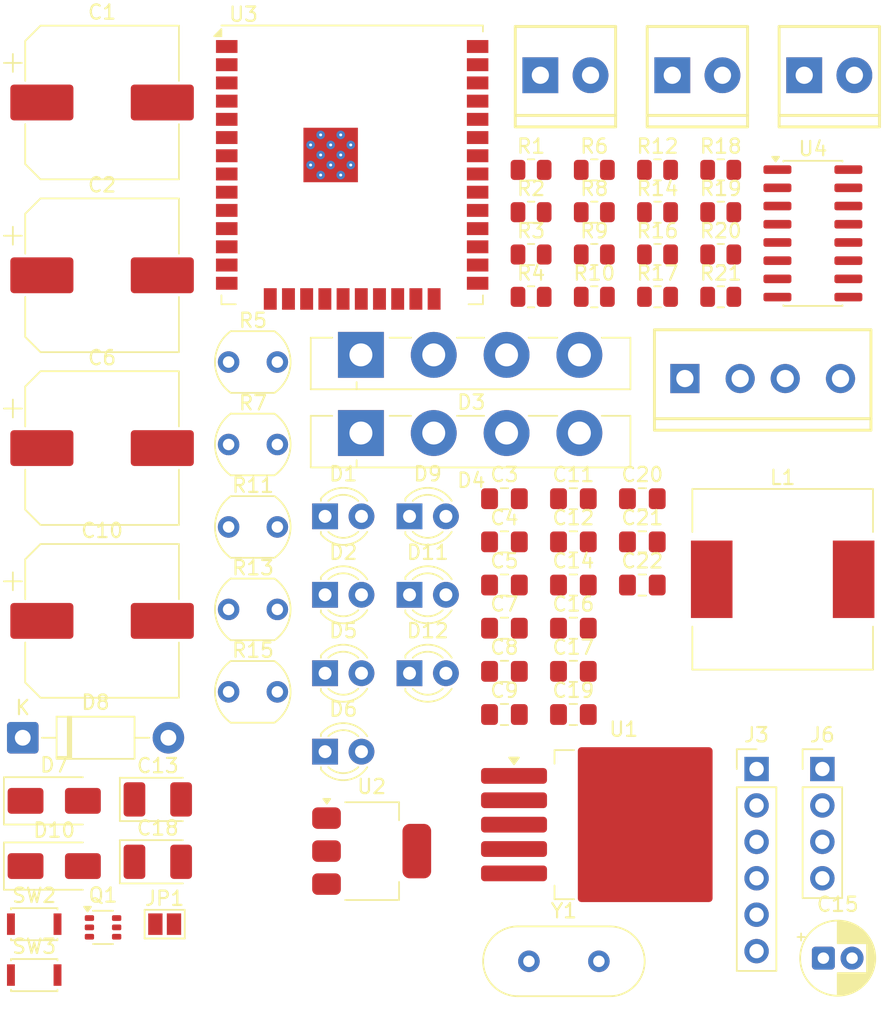
<source format=kicad_pcb>
(kicad_pcb (version 20241229) (generator "pcbnew") (generator_version "9.0")
  (layers (0 "F.Cu" signal) (2 "B.Cu" signal) (13 "F.Paste" user) (15 "B.Paste" user) (5 "F.SilkS" user "F.Silkscreen") (7 "B.SilkS" user "B.Silkscreen") (1 "F.Mask" user) (3 "B.Mask" user) (25 "Edge.Cuts" user))
  (net 0 "")
  (net 1 "GND")
  (net 2 "VCC")
  (net 3 "+12V")
  (net 4 "/GPIO36")
  (net 5 "/GPIO34")
  (net 6 "/GPIO39")
  (net 7 "/GPIO35")
  (net 8 "+3.3V")
  (net 9 "/GPIO4")
  (net 10 "Net-(D8-K)")
  (net 11 "/EN")
  (net 12 "Net-(D10-A)")
  (net 13 "Net-(U4-Xi)")
  (net 14 "Net-(U4-Xo)")
  (net 15 "Net-(JP1-A)")
  (net 16 "Net-(D1-A)")
  (net 17 "Net-(D2-A)")
  (net 18 "Net-(D3-Pad3)")
  (net 19 "Net-(D3-Pad2)")
  (net 20 "Net-(D4-Pad2)")
  (net 21 "Net-(D4-Pad3)")
  (net 22 "Net-(D5-A)")
  (net 23 "Net-(D6-A)")
  (net 24 "Net-(D7-K)")
  (net 25 "Net-(D9-A)")
  (net 26 "Net-(D11-A)")
  (net 27 "/GPIO1{slash}TX")
  (net 28 "/GPIO3{slash}RX")
  (net 29 "Net-(D12-A)")
  (net 30 "Net-(J1-Pin_2)")
  (net 31 "Net-(J1-Pin_1)")
  (net 32 "Net-(J2-Pin_1)")
  (net 33 "Net-(J2-Pin_2)")
  (net 34 "/GPIO27")
  (net 35 "/GPIO32")
  (net 36 "/GPIO33")
  (net 37 "/GPIO25")
  (net 38 "/GPIO14")
  (net 39 "/GPIO26")
  (net 40 "Net-(J4-Pin_2)")
  (net 41 "Net-(J4-Pin_4)")
  (net 42 "Net-(J4-Pin_1)")
  (net 43 "Net-(J4-Pin_3)")
  (net 44 "Net-(J6-Pin_3)")
  (net 45 "Net-(J6-Pin_2)")
  (net 46 "/DTR")
  (net 47 "/GPIO0")
  (net 48 "/RTS")
  (net 49 "/GPIO5")
  (net 50 "/GPIO17")
  (net 51 "/GPIO16")
  (net 52 "/GPIO15")
  (net 53 "/GPIO19")
  (net 54 "/GPIO18")
  (net 55 "/GPIO2")
  (net 57 "/SDA")
  (net 59 "/GPIO23")
  (net 62 "/GPIO13")
  (net 63 "/SCL")
  (net 67 "/GPIO12")
  (footprint "Resistor_SMD:R_0805_2012Metric" (layer "F.Cu") (at 132.825225 78.52)
    (property "Reference" "R14" (at 0 -1.65 0) (layer "F.SilkS"))
    (property "Value" "10k")
    (pad "1" smd roundrect (at -0.9125 0) (size 1.025 1.4) (layers "F.Cu" "F.Mask" "F.Paste") (roundrect_rratio 0.243902) (net 7 "/GPIO35"))
    (pad "2" smd roundrect (at 0.9125 0) (size 1.025 1.4) (layers "F.Cu" "F.Mask" "F.Paste") (roundrect_rratio 0.243902) (net 1 "GND"))
  )
  (footprint "Diode_SMD:D_SMA" (layer "F.Cu") (at 90.740225 119.57)
    (property "Reference" "D7" (at 0 -2.5 0) (layer "F.SilkS"))
    (property "Value" "1N5824")
    (pad "1" smd roundrect (at -2 0) (size 2.5 1.8) (layers "F.Cu" "F.Mask" "F.Paste") (roundrect_rratio 0.1388888889) (net 24 "Net-(D7-K)"))
    (pad "2" smd roundrect (at 2 0) (size 2.5 1.8) (layers "F.Cu" "F.Mask" "F.Paste") (roundrect_rratio 0.1388888889) (net 1 "GND"))
  )
  (footprint "Capacitor_SMD:C_0805_2012Metric_Pad1.18x1.45mm_HandSolder" (layer "F.Cu") (at 122.145225 104.52)
    (property "Reference" "C5" (at 0 -1.68 0) (layer "F.SilkS"))
    (property "Value" "100nF")
    (pad "1" smd roundrect (at -1.0375 0) (size 1.175 1.45) (layers "F.Cu" "F.Mask" "F.Paste") (roundrect_rratio 0.212766) (net 4 "/GPIO36"))
    (pad "2" smd roundrect (at 1.0375 0) (size 1.175 1.45) (layers "F.Cu" "F.Mask" "F.Paste") (roundrect_rratio 0.212766) (net 1 "GND"))
  )
  (footprint "OptoDevice:R_LDR_5.1x4.3mm_P3.4mm_Vertical" (layer "F.Cu") (at 102.905225 94.72)
    (property "Reference" "R7" (at 1.7 -2.9 0) (layer "F.SilkS"))
    (property "Value" "LDR")
    (pad "1" thru_hole circle (at 0 0) (size 1.5 1.5) (drill 0.8) (layers "*.Cu" "*.Mask") (net 8 "+3.3V"))
    (pad "2" thru_hole circle (at 3.4 0) (size 1.5 1.5) (drill 0.8) (layers "*.Cu" "*.Mask") (net 5 "/GPIO34"))
  )
  (footprint "Connector_PinHeader_2.54mm:PinHeader_1x06_P2.54mm_Vertical" (layer "F.Cu") (at 139.735225 117.35)
    (property "Reference" "J3" (at 0 -2.38 0) (layer "F.SilkS"))
    (property "Value" "SIGNAL")
    (pad "1" thru_hole rect (at 0 0) (size 1.7 1.7) (drill 1) (layers "*.Cu" "*.Mask") (net 38 "/GPIO14"))
    (pad "2" thru_hole circle (at 0 2.54) (size 1.7 1.7) (drill 1) (layers "*.Cu" "*.Mask") (net 34 "/GPIO27"))
    (pad "3" thru_hole circle (at 0 5.08) (size 1.7 1.7) (drill 1) (layers "*.Cu" "*.Mask") (net 39 "/GPIO26"))
    (pad "4" thru_hole circle (at 0 7.62) (size 1.7 1.7) (drill 1) (layers "*.Cu" "*.Mask") (net 36 "/GPIO33"))
    (pad "5" thru_hole circle (at 0 10.16) (size 1.7 1.7) (drill 1) (layers "*.Cu" "*.Mask") (net 35 "/GPIO32"))
    (pad "6" thru_hole circle (at 0 12.7) (size 1.7 1.7) (drill 1) (layers "*.Cu" "*.Mask") (net 37 "/GPIO25"))
  )
  (footprint "PCM_SparkFun-Connector:ScrewTerminal_1x02_P3.5mm_Horizontal_Black" (layer "F.Cu") (at 133.855025 68.97)
    (property "Reference" "J2")
    (property "Value" "12VAC")
    (pad "1" thru_hole rect (at 0 0) (size 2.5 2.5) (drill 1.2) (layers "*.Cu" "*.Mask") (net 32 "Net-(J2-Pin_1)"))
    (pad "2" thru_hole circle (at 3.5 0) (size 2.5 2.5) (drill 1.2) (layers "*.Cu" "*.Mask") (net 33 "Net-(J2-Pin_2)"))
  )
  (footprint "Package_SO:SOIC-16_3.9x9.9mm_P1.27mm" (layer "F.Cu") (at 143.665225 79.995)
    (property "Reference" "U4" (at 0 -5.9 0) (layer "F.SilkS"))
    (property "Value" "CH340C")
    (pad "1" smd roundrect (at -2.475 -4.445) (size 1.95 0.6) (layers "F.Cu" "F.Mask" "F.Paste") (net 1 "GND"))
    (pad "2" smd roundrect (at -2.475 -3.175) (size 1.95 0.6) (layers "F.Cu" "F.Mask" "F.Paste") (net 28 "/GPIO3{slash}RX"))
    (pad "3" smd roundrect (at -2.475 -1.905) (size 1.95 0.6) (layers "F.Cu" "F.Mask" "F.Paste") (net 27 "/GPIO1{slash}TX"))
    (pad "4" smd roundrect (at -2.475 -0.635) (size 1.95 0.6) (layers "F.Cu" "F.Mask" "F.Paste") (net 15 "Net-(JP1-A)"))
    (pad "5" smd roundrect (at -2.475 0.635) (size 1.95 0.6) (layers "F.Cu" "F.Mask" "F.Paste") (net 45 "Net-(J6-Pin_2)"))
    (pad "6" smd roundrect (at -2.475 1.905) (size 1.95 0.6) (layers "F.Cu" "F.Mask" "F.Paste") (net 44 "Net-(J6-Pin_3)"))
    (pad "7" smd roundrect (at -2.475 3.175) (size 1.95 0.6) (layers "F.Cu" "F.Mask" "F.Paste") (net 13 "Net-(U4-Xi)"))
    (pad "8" smd roundrect (at -2.475 4.445) (size 1.95 0.6) (layers "F.Cu" "F.Mask" "F.Paste") (net 14 "Net-(U4-Xo)"))
    (pad "9" smd roundrect (at 2.475 4.445) (size 1.95 0.6) (layers "F.Cu" "F.Mask" "F.Paste"))
    (pad "10" smd roundrect (at 2.475 3.175) (size 1.95 0.6) (layers "F.Cu" "F.Mask" "F.Paste"))
    (pad "11" smd roundrect (at 2.475 1.905) (size 1.95 0.6) (layers "F.Cu" "F.Mask" "F.Paste"))
    (pad "12" smd roundrect (at 2.475 0.635) (size 1.95 0.6) (layers "F.Cu" "F.Mask" "F.Paste"))
    (pad "13" smd roundrect (at 2.475 -0.635) (size 1.95 0.6) (layers "F.Cu" "F.Mask" "F.Paste") (net 46 "/DTR"))
    (pad "14" smd roundrect (at 2.475 -1.905) (size 1.95 0.6) (layers "F.Cu" "F.Mask" "F.Paste") (net 48 "/RTS"))
    (pad "15" smd roundrect (at 2.475 -3.175) (size 1.95 0.6) (layers "F.Cu" "F.Mask" "F.Paste"))
    (pad "16" smd roundrect (at 2.475 -4.445) (size 1.95 0.6) (layers "F.Cu" "F.Mask" "F.Paste") (net 8 "+3.3V"))
  )
  (footprint "LED_THT:LED_D3.0mm" (layer "F.Cu") (at 109.635225 99.73)
    (property "Reference" "D1" (at 1.27 -2.96 0) (layer "F.SilkS"))
    (property "Value" "Red")
    (pad "1" thru_hole rect (at 0 0) (size 1.8 1.8) (drill 0.9) (layers "*.Cu" "*.Mask") (net 1 "GND"))
    (pad "2" thru_hole circle (at 2.54 0) (size 1.8 1.8) (drill 0.9) (layers "*.Cu" "*.Mask") (net 16 "Net-(D1-A)"))
  )
  (footprint "Capacitor_Tantalum_SMD:CP_EIA-3528-21_Kemet-B_HandSolder" (layer "F.Cu") (at 97.965225 123.82)
    (property "Reference" "C18" (at 0 -2.35 0) (layer "F.SilkS"))
    (property "Value" "4.7uF/16V")
    (pad "1" smd roundrect (at -1.6275 0) (size 1.515 2.39) (layers "F.Cu" "F.Mask" "F.Paste") (roundrect_rratio 0.165017) (net 12 "Net-(D10-A)"))
    (pad "2" smd roundrect (at 1.6275 0) (size 1.515 2.39) (layers "F.Cu" "F.Mask" "F.Paste") (roundrect_rratio 0.165017) (net 1 "GND"))
  )
  (footprint "Capacitor_SMD:C_0805_2012Metric_Pad1.18x1.45mm_HandSolder" (layer "F.Cu") (at 122.145225 113.55)
    (property "Reference" "C9" (at 0 -1.68 0) (layer "F.SilkS"))
    (property "Value" "100nF")
    (pad "1" smd roundrect (at -1.0375 0) (size 1.175 1.45) (layers "F.Cu" "F.Mask" "F.Paste") (roundrect_rratio 0.212766) (net 7 "/GPIO35"))
    (pad "2" smd roundrect (at 1.0375 0) (size 1.175 1.45) (layers "F.Cu" "F.Mask" "F.Paste") (roundrect_rratio 0.212766) (net 1 "GND"))
  )
  (footprint "Diode_SMD:D_SMA" (layer "F.Cu") (at 90.740225 124.12)
    (property "Reference" "D10" (at 0 -2.5 0) (layer "F.SilkS"))
    (property "Value" "1N5819")
    (pad "1" smd roundrect (at -2 0) (size 2.5 1.8) (layers "F.Cu" "F.Mask" "F.Paste") (roundrect_rratio 0.1388888889) (net 8 "+3.3V"))
    (pad "2" smd roundrect (at 2 0) (size 2.5 1.8) (layers "F.Cu" "F.Mask" "F.Paste") (roundrect_rratio 0.1388888889) (net 12 "Net-(D10-A)"))
  )
  (footprint "LED_THT:LED_D3.0mm" (layer "F.Cu") (at 109.635225 116.14)
    (property "Reference" "D6" (at 1.27 -2.96 0) (layer "F.SilkS"))
    (property "Value" "Red")
    (pad "1" thru_hole rect (at 0 0) (size 1.8 1.8) (drill 0.9) (layers "*.Cu" "*.Mask") (net 1 "GND"))
    (pad "2" thru_hole circle (at 2.54 0) (size 1.8 1.8) (drill 0.9) (layers "*.Cu" "*.Mask") (net 23 "Net-(D6-A)"))
  )
  (footprint "Diode_THT:D_DO-41_SOD81_P10.16mm_Horizontal" (layer "F.Cu") (at 88.545225 115.17)
    (property "Reference" "D8" (at 5.08 -2.47 0) (layer "F.SilkS"))
    (property "Value" "1N5819")
    (fp_text user "K" (at 0 -2.1 0) (layer "F.SilkS"))
    (pad "1" thru_hole roundrect (at 0 0) (size 2.2 2.2) (drill 1.1) (layers "*.Cu" "*.Mask") (roundrect_rratio 0.113636) (net 10 "Net-(D8-K)"))
    (pad "2" thru_hole circle (at 10.16 0) (size 2.2 2.2) (drill 1.1) (layers "*.Cu" "*.Mask") (net 1 "GND"))
  )
  (footprint "PCM_SparkFun-Connector:ScrewTerminal_1x02_P3.5mm_Horizontal_Black" (layer "F.Cu") (at 143.058225 68.97)
    (property "Reference" "J5")
    (property "Value" "12V_IN")
    (pad "1" thru_hole rect (at 0 0) (size 2.5 2.5) (drill 1.2) (layers "*.Cu" "*.Mask") (net 3 "+12V"))
    (pad "2" thru_hole circle (at 3.5 0) (size 2.5 2.5) (drill 1.2) (layers "*.Cu" "*.Mask") (net 1 "GND"))
  )
  (footprint "Resistor_SMD:R_0805_2012Metric" (layer "F.Cu") (at 132.825225 81.47)
    (property "Reference" "R16" (at 0 -1.65 0) (layer "F.SilkS"))
    (property "Value" "10k")
    (pad "1" smd roundrect (at -0.9125 0) (size 1.025 1.4) (layers "F.Cu" "F.Mask" "F.Paste") (roundrect_rratio 0.243902) (net 9 "/GPIO4"))
    (pad "2" smd roundrect (at 0.9125 0) (size 1.025 1.4) (layers "F.Cu" "F.Mask" "F.Paste") (roundrect_rratio 0.243902) (net 1 "GND"))
  )
  (footprint "Connector_PinHeader_2.54mm:PinHeader_1x04_P2.54mm_Vertical" (layer "F.Cu") (at 144.325225 117.35)
    (property "Reference" "J6" (at 0 -2.38 0) (layer "F.SilkS"))
    (property "Value" "USB_C Conn")
    (pad "1" thru_hole rect (at 0 0) (size 1.7 1.7) (drill 1) (layers "*.Cu" "*.Mask") (net 1 "GND"))
    (pad "2" thru_hole circle (at 0 2.54) (size 1.7 1.7) (drill 1) (layers "*.Cu" "*.Mask") (net 45 "Net-(J6-Pin_2)"))
    (pad "3" thru_hole circle (at 0 5.08) (size 1.7 1.7) (drill 1) (layers "*.Cu" "*.Mask") (net 44 "Net-(J6-Pin_3)"))
    (pad "4" thru_hole circle (at 0 7.62) (size 1.7 1.7) (drill 1) (layers "*.Cu" "*.Mask") (net 10 "Net-(D8-K)"))
  )
  (footprint "Resistor_SMD:R_0805_2012Metric" (layer "F.Cu") (at 137.235225 78.52)
    (property "Reference" "R19" (at 0 -1.65 0) (layer "F.SilkS"))
    (property "Value" "10k")
    (pad "1" smd roundrect (at -0.9125 0) (size 1.025 1.4) (layers "F.Cu" "F.Mask" "F.Paste") (roundrect_rratio 0.243902) (net 47 "/GPIO0"))
    (pad "2" smd roundrect (at 0.9125 0) (size 1.025 1.4) (layers "F.Cu" "F.Mask" "F.Paste") (roundrect_rratio 0.243902) (net 8 "+3.3V"))
  )
  (footprint "PCM_SparkFun-Connector:ScrewTerminal_1x04_P3.5mm_Locking" (layer "F.Cu") (at 134.911825 90.12)
    (property "Reference" "J4")
    (property "Value" "MOTOR")
    (pad "1" thru_hole rect (at -0.1778 0) (size 2.032 2.032) (drill 1.2) (layers "*.Cu" "*.Mask") (net 42 "Net-(J4-Pin_1)"))
    (pad "2" thru_hole circle (at 3.6778 0) (size 2.032 2.032) (drill 1.2) (layers "*.Cu" "*.Mask") (net 40 "Net-(J4-Pin_2)"))
    (pad "3" thru_hole circle (at 6.8222 0) (size 2.032 2.032) (drill 1.2) (layers "*.Cu" "*.Mask") (net 43 "Net-(J4-Pin_3)"))
    (pad "4" thru_hole circle (at 10.6778 0) (size 2.032 2.032) (drill 1.2) (layers "*.Cu" "*.Mask") (net 41 "Net-(J4-Pin_4)"))
  )
  (footprint "LED_THT:LED_D3.0mm" (layer "F.Cu") (at 109.635225 110.67)
    (property "Reference" "D5" (at 1.27 -2.96 0) (layer "F.SilkS"))
    (property "Value" "Red")
    (pad "1" thru_hole rect (at 0 0) (size 1.8 1.8) (drill 0.9) (layers "*.Cu" "*.Mask") (net 1 "GND"))
    (pad "2" thru_hole circle (at 2.54 0) (size 1.8 1.8) (drill 0.9) (layers "*.Cu" "*.Mask") (net 22 "Net-(D5-A)"))
  )
  (footprint "Capacitor_THT:CP_Radial_D5.0mm_P2.00mm" (layer "F.Cu") (at 144.395 130.54)
    (property "Reference" "C15" (at 1 -3.75 0) (layer "F.SilkS"))
    (property "Value" "10uF_16V")
    (pad "1" thru_hole roundrect (at 0 0) (size 1.6 1.6) (drill 0.8) (layers "*.Cu" "*.Mask") (roundrect_rratio 0.15625) (net 10 "Net-(D8-K)"))
    (pad "2" thru_hole circle (at 2 0) (size 1.6 1.6) (drill 0.8) (layers "*.Cu" "*.Mask") (net 1 "GND"))
  )
  (footprint "Button_Switch_SMD:SW_SPST_CK_KXT3" (layer "F.Cu") (at 89.345225 128.17)
    (property "Reference" "SW2" (at 0 -2 0) (layer "F.SilkS"))
    (property "Value" "RESET")
    (pad "1" smd rect (at -1.625 0) (size 0.55 1.5) (layers "F.Cu" "F.Mask" "F.Paste") (net 1 "GND"))
    (pad "2" smd rect (at 1.625 0) (size 0.55 1.5) (layers "F.Cu" "F.Mask" "F.Paste") (net 11 "/EN"))
  )
  (footprint "Capacitor_SMD:C_0805_2012Metric_Pad1.18x1.45mm_HandSolder" (layer "F.Cu") (at 131.765225 101.51)
    (property "Reference" "C21" (at 0 -1.68 0) (layer "F.SilkS"))
    (property "Value" "100nF")
    (pad "1" smd roundrect (at -1.0375 0) (size 1.175 1.45) (layers "F.Cu" "F.Mask" "F.Paste") (roundrect_rratio 0.212766) (net 1 "GND"))
    (pad "2" smd roundrect (at 1.0375 0) (size 1.175 1.45) (layers "F.Cu" "F.Mask" "F.Paste") (roundrect_rratio 0.212766) (net 15 "Net-(JP1-A)"))
  )
  (footprint "OptoDevice:R_LDR_5.1x4.3mm_P3.4mm_Vertical" (layer "F.Cu") (at 102.905225 88.97)
    (property "Reference" "R5" (at 1.7 -2.9 0) (layer "F.SilkS"))
    (property "Value" "LDR")
    (pad "1" thru_hole circle (at 0 0) (size 1.5 1.5) (drill 0.8) (layers "*.Cu" "*.Mask") (net 8 "+3.3V"))
    (pad "2" thru_hole circle (at 3.4 0) (size 1.5 1.5) (drill 0.8) (layers "*.Cu" "*.Mask") (net 4 "/GPIO36"))
  )
  (footprint "Capacitor_SMD:CP_Elec_10x12.5" (layer "F.Cu") (at 94.080225 107.02)
    (property "Reference" "C10" (at 0 -6.3 0) (layer "F.SilkS"))
    (property "Value" "220uF_16V")
    (pad "1" smd roundrect (at -4.2 0) (size 4.4 2.5) (layers "F.Cu" "F.Mask" "F.Paste") (roundrect_rratio 0.1) (net 8 "+3.3V"))
    (pad "2" smd roundrect (at 4.2 0) (size 4.4 2.5) (layers "F.Cu" "F.Mask" "F.Paste") (roundrect_rratio 0.1) (net 1 "GND"))
  )
  (footprint "Package_TO_SOT_SMD:SOT-223-3_TabPin2" (layer "F.Cu") (at 112.885225 123.075)
    (property "Reference" "U2" (at 0 -4.5 0) (layer "F.SilkS"))
    (property "Value" "AMS1117-3.3")
    (pad "1" smd roundrect (at -3.15 -2.3) (size 2 1.5) (layers "F.Cu" "F.Mask" "F.Paste") (net 1 "GND"))
    (pad "2" smd roundrect (at -3.15 0) (size 2 1.5) (layers "F.Cu" "F.Mask" "F.Paste") (net 12 "Net-(D10-A)"))
    (pad "2" smd roundrect (at 3.15 0) (size 2 3.8) (layers "F.Cu" "F.Mask" "F.Paste") (net 12 "Net-(D10-A)"))
    (pad "3" smd roundrect (at -3.15 2.3) (size 2 1.5) (layers "F.Cu" "F.Mask" "F.Paste") (net 10 "Net-(D8-K)"))
  )
  (footprint "Diode_THT:Diode_Bridge_Vishay_GBU" (layer "F.Cu") (at 112.135225 93.92)
    (property "Reference" "D4" (at 7.7 3.3 180) (layer "F.SilkS"))
    (property "Value" "GBU8M")
    (pad "1" thru_hole rect (at 0 0) (size 3.2 3.2) (drill 1.6) (layers "*.Cu" "*.Mask") (net 3 "+12V"))
    (pad "2" thru_hole circle (at 5.08 0) (size 3.2 3.2) (drill 1.6) (layers "*.Cu" "*.Mask") (net 20 "Net-(D4-Pad2)"))
    (pad "3" thru_hole circle (at 10.16 0) (size 3.2 3.2) (drill 1.6) (layers "*.Cu" "*.Mask") (net 21 "Net-(D4-Pad3)"))
    (pad "4" thru_hole circle (at 15.24 0) (size 3.2 3.2) (drill 1.6) (layers "*.Cu" "*.Mask") (net 1 "GND"))
  )
  (footprint "OptoDevice:R_LDR_5.1x4.3mm_P3.4mm_Vertical" (layer "F.Cu") (at 102.905225 100.47)
    (property "Reference" "R11" (at 1.7 -2.9 0) (layer "F.SilkS"))
    (property "Value" "LDR")
    (pad "1" thru_hole circle (at 0 0) (size 1.5 1.5) (drill 0.8) (layers "*.Cu" "*.Mask") (net 8 "+3.3V"))
    (pad "2" thru_hole circle (at 3.4 0) (size 1.5 1.5) (drill 0.8) (layers "*.Cu" "*.Mask") (net 6 "/GPIO39"))
  )
  (footprint "Resistor_SMD:R_0805_2012Metric" (layer "F.Cu") (at 128.415225 84.42)
    (property "Reference" "R10" (at 0 -1.65 0) (layer "F.SilkS"))
    (property "Value" "10k")
    (pad "1" smd roundrect (at -0.9125 0) (size 1.025 1.4) (layers "F.Cu" "F.Mask" "F.Paste") (roundrect_rratio 0.243902) (net 8 "+3.3V"))
    (pad "2" smd roundrect (at 0.9125 0) (size 1.025 1.4) (layers "F.Cu" "F.Mask" "F.Paste") (roundrect_rratio 0.243902) (net 54 "/GPIO18"))
  )
  (footprint "Resistor_SMD:R_0805_2012Metric" (layer "F.Cu") (at 128.415225 81.47)
    (property "Reference" "R9" (at 0 -1.65 0) (layer "F.SilkS"))
    (property "Value" "10k")
    (pad "1" smd roundrect (at -0.9125 0) (size 1.025 1.4) (layers "F.Cu" "F.Mask" "F.Paste") (roundrect_rratio 0.243902) (net 53 "/GPIO19"))
    (pad "2" smd roundrect (at 0.9125 0) (size 1.025 1.4) (layers "F.Cu" "F.Mask" "F.Paste") (roundrect_rratio 0.243902) (net 8 "+3.3V"))
  )
  (footprint "Jumper:SolderJumper-2_P1.3mm_Open_Pad1.0x1.5mm" (layer "F.Cu") (at 98.445225 128.17)
    (property "Reference" "JP1" (at 0 -1.8 0) (layer "F.SilkS"))
    (property "Value" "~")
    (pad "1" smd rect (at -0.65 0) (size 1 1.5) (layers "F.Cu" "F.Mask") (net 15 "Net-(JP1-A)"))
    (pad "2" smd rect (at 0.65 0) (size 1 1.5) (layers "F.Cu" "F.Mask") (net 8 "+3.3V"))
  )
  (footprint "Capacitor_SMD:C_0805_2012Metric_Pad1.18x1.45mm_HandSolder" (layer "F.Cu") (at 131.765225 98.5)
    (property "Reference" "C20" (at 0 -1.68 0) (layer "F.SilkS"))
    (property "Value" "22pF")
    (pad "1" smd roundrect (at -1.0375 0) (size 1.175 1.45) (layers "F.Cu" "F.Mask" "F.Paste") (roundrect_rratio 0.212766) (net 14 "Net-(U4-Xo)"))
    (pad "2" smd roundrect (at 1.0375 0) (size 1.175 1.45) (layers "F.Cu" "F.Mask" "F.Paste") (roundrect_rratio 0.212766) (net 1 "GND"))
  )
  (footprint "OptoDevice:R_LDR_5.1x4.3mm_P3.4mm_Vertical" (layer "F.Cu") (at 102.905225 111.97)
    (property "Reference" "R15" (at 1.7 -2.9 0) (layer "F.SilkS"))
    (property "Value" "LDR")
    (pad "1" thru_hole circle (at 0 0) (size 1.5 1.5) (drill 0.8) (layers "*.Cu" "*.Mask") (net 8 "+3.3V"))
    (pad "2" thru_hole circle (at 3.4 0) (size 1.5 1.5) (drill 0.8) (layers "*.Cu" "*.Mask") (net 9 "/GPIO4"))
  )
  (footprint "RF_Module:ESP32-WROOM-32U" (layer "F.Cu") (at 111.525225 75.22)
    (property "Reference" "U3" (at -7.58 -10.5 180) (layer "F.SilkS"))
    (property "Value" "ESP32-WROOM")
    (pad "1" smd rect (at -8.75 -8.255) (size 1.5 0.9) (layers "F.Cu" "F.Mask" "F.Paste") (net 1 "GND"))
    (pad "2" smd rect (at -8.75 -6.985) (size 1.5 0.9) (layers "F.Cu" "F.Mask" "F.Paste") (net 8 "+3.3V"))
    (pad "3" smd rect (at -8.75 -5.715) (size 1.5 0.9) (layers "F.Cu" "F.Mask" "F.Paste") (net 11 "/EN"))
    (pad "4" smd rect (at -8.75 -4.445) (size 1.5 0.9) (layers "F.Cu" "F.Mask" "F.Paste") (net 4 "/GPIO36"))
    (pad "5" smd rect (at -8.75 -3.175) (size 1.5 0.9) (layers "F.Cu" "F.Mask" "F.Paste") (net 6 "/GPIO39"))
    (pad "6" smd rect (at -8.75 -1.905) (size 1.5 0.9) (layers "F.Cu" "F.Mask" "F.Paste") (net 5 "/GPIO34"))
    (pad "7" smd rect (at -8.75 -0.635) (size 1.5 0.9) (layers "F.Cu" "F.Mask" "F.Paste") (net 7 "/GPIO35"))
    (pad "8" smd rect (at -8.75 0.635) (size 1.5 0.9) (layers "F.Cu" "F.Mask" "F.Paste") (net 35 "/GPIO32"))
    (pad "9" smd rect (at -8.75 1.905) (size 1.5 0.9) (layers "F.Cu" "F.Mask" "F.Paste") (net 36 "/GPIO33"))
    (pad "10" smd rect (at -8.75 3.175) (size 1.5 0.9) (layers "F.Cu" "F.Mask" "F.Paste") (net 37 "/GPIO25"))
    (pad "11" smd rect (at -8.75 4.445) (size 1.5 0.9) (layers "F.Cu" "F.Mask" "F.Paste") (net 39 "/GPIO26"))
    (pad "12" smd rect (at -8.75 5.715) (size 1.5 0.9) (layers "F.Cu" "F.Mask" "F.Paste") (net 34 "/GPIO27"))
    (pad "13" smd rect (at -8.75 6.985) (size 1.5 0.9) (layers "F.Cu" "F.Mask" "F.Paste") (net 38 "/GPIO14"))
    (pad "14" smd rect (at -8.75 8.255) (size 1.5 0.9) (layers "F.Cu" "F.Mask" "F.Paste") (net 67 "/GPIO12"))
    (pad "15" smd rect (at -5.715 9.35 90) (size 1.5 0.9) (layers "F.Cu" "F.Mask" "F.Paste") (net 1 "GND"))
    (pad "16" smd rect (at -4.445 9.35 90) (size 1.5 0.9) (layers "F.Cu" "F.Mask" "F.Paste") (net 62 "/GPIO13"))
    (pad "17" smd rect (at -3.175 9.35 90) (size 1.5 0.9) (layers "F.Cu" "F.Mask" "F.Paste"))
    (pad "18" smd rect (at -1.905 9.35 90) (size 1.5 0.9) (layers "F.Cu" "F.Mask" "F.Paste"))
    (pad "19" smd rect (at -0.635 9.35 90) (size 1.5 0.9) (layers "F.Cu" "F.Mask" "F.Paste"))
    (pad "20" smd rect (at 0.635 9.35 90) (size 1.5 0.9) (layers "F.Cu" "F.Mask" "F.Paste"))
    (pad "21" smd rect (at 1.905 9.35 90) (size 1.5 0.9) (layers "F.Cu" "F.Mask" "F.Paste"))
    (pad "22" smd rect (at 3.175 9.35 90) (size 1.5 0.9) (layers "F.Cu" "F.Mask" "F.Paste"))
    (pad "23" smd rect (at 4.445 9.35 90) (size 1.5 0.9) (layers "F.Cu" "F.Mask" "F.Paste") (net 52 "/GPIO15"))
    (pad "24" smd rect (at 5.715 9.35 90) (size 1.5 0.9) (layers "F.Cu" "F.Mask" "F.Paste") (net 55 "/GPIO2"))
    (pad "25" smd rect (at 8.75 8.255) (size 1.5 0.9) (layers "F.Cu" "F.Mask" "F.Paste") (net 47 "/GPIO0"))
    (pad "26" smd rect (at 8.75 6.985) (size 1.5 0.9) (layers "F.Cu" "F.Mask" "F.Paste") (net 9 "/GPIO4"))
    (pad "27" smd rect (at 8.75 5.715) (size 1.5 0.9) (layers "F.Cu" "F.Mask" "F.Paste") (net 51 "/GPIO16"))
    (pad "28" smd rect (at 8.75 4.445) (size 1.5 0.9) (layers "F.Cu" "F.Mask" "F.Paste") (net 50 "/GPIO17"))
    (pad "29" smd rect (at 8.75 3.175) (size 1.5 0.9) (layers "F.Cu" "F.Mask" "F.Paste") (net 49 "/GPIO5"))
    (pad "30" smd rect (at 8.75 1.905) (size 1.5 0.9) (layers "F.Cu" "F.Mask" "F.Paste") (net 54 "/GPIO18"))
    (pad "31" smd rect (at 8.75 0.635) (size 1.5 0.9) (layers "F.Cu" "F.Mask" "F.Paste") (net 53 "/GPIO19"))
    (pad "32" smd rect (at 8.75 -0.635) (size 1.5 0.9) (layers "F.Cu" "F.Mask" "F.Paste"))
    (pad "33" smd rect (at 8.75 -1.905) (size 1.5 0.9) (layers "F.Cu" "F.Mask" "F.Paste") (net 57 "/SDA"))
    (pad "34" smd rect (at 8.75 -3.175) (size 1.5 0.9) (layers "F.Cu" "F.Mask" "F.Paste") (net 28 "/GPIO3{slash}RX"))
    (pad "35" smd rect (at 8.75 -4.445) (size 1.5 0.9) (layers "F.Cu" "F.Mask" "F.Paste") (net 27 "/GPIO1{slash}TX"))
    (pad "36" smd rect (at 8.75 -5.715) (size 1.5 0.9) (layers "F.Cu" "F.Mask" "F.Paste") (net 63 "/SCL"))
    (pad "37" smd rect (at 8.75 -6.985) (size 1.5 0.9) (layers "F.Cu" "F.Mask" "F.Paste") (net 59 "/GPIO23"))
    (pad "38" smd rect (at 8.75 -8.255) (size 1.5 0.9) (layers "F.Cu" "F.Mask" "F.Paste") (net 1 "GND"))
    (pad "39" smd rect (at -2.9 -2.09) (size 0.9 0.9) (layers "F.Cu" "F.Paste") (net 1 "GND"))
    (pad "39" thru_hole circle (at -2.9 -1.39) (size 0.6 0.6) (drill 0.2) (property pad_prop_heatsink) (layers "*.Cu" "F.Mask") (net 1 "GND"))
    (pad "39" smd rect (at -2.9 -0.69) (size 0.9 0.9) (layers "F.Cu" "F.Paste") (net 1 "GND"))
    (pad "39" thru_hole circle (at -2.9 0.01) (size 0.6 0.6) (drill 0.2) (property pad_prop_heatsink) (layers "*.Cu" "F.Mask") (net 1 "GND"))
    (pad "39" smd rect (at -2.9 0.71) (size 0.9 0.9) (layers "F.Cu" "F.Paste") (net 1 "GND"))
    (pad "39" thru_hole circle (at -2.2 -2.09) (size 0.6 0.6) (drill 0.2) (property pad_prop_heatsink) (layers "*.Cu" "F.Mask") (net 1 "GND"))
    (pad "39" thru_hole circle (at -2.2 -0.69) (size 0.6 0.6) (drill 0.2) (property pad_prop_heatsink) (layers "*.Cu" "F.Mask") (net 1 "GND"))
    (pad "39" thru_hole circle (at -2.2 0.71) (size 0.6 0.6) (drill 0.2) (property pad_prop_heatsink) (layers "*.Cu" "F.Mask") (net 1 "GND"))
    (pad "39" smd rect (at -1.5 -2.09) (size 0.9 0.9) (layers "F.Cu" "F.Paste") (net 1 "GND"))
    (pad "39" thru_hole circle (at -1.5 -1.39) (size 0.6 0.6) (drill 0.2) (property pad_prop_heatsink) (layers "*.Cu" "F.Mask") (net 1 "GND"))
    (pad "39" smd rect (at -1.5 -0.69) (size 0.9 0.9) (layers "F.Cu" "F.Paste") (net 1 "GND"))
    (pad "39" smd rect (at -1.5 -0.69) (size 3.8 3.8) (property pad_prop_heatsink) (layers "F.Cu" "F.Mask") (net 1 "GND"))
    (pad "39" thru_hole circle (at -1.5 0.01) (size 0.6 0.6) (drill 0.2) (property pad_prop_heatsink) (layers "*.Cu" "F.Mask") (net 1 "GND"))
    (pad "39" smd rect (at -1.5 0.71) (size 0.9 0.9) (layers "F.Cu" "F.Paste") (net 1 "GND"))
    (pad "39" thru_hole circle (at -0.8 -2.09) (size 0.6 0.6) (drill 0.2) (property pad_prop_heatsink) (layers "*.Cu" "F.Mask") (net 1 "GND"))
    (pad "39" thru_hole circle (at -0.8 -0.69) (size 0.6 0.6) (drill 0.2) (property pad_prop_heatsink) (layers "*.Cu" "F.Mask") (net 1 "GND"))
    (pad "39" thru_hole circle (at -0.8 0.71) (size 0.6 0.6) (drill 0.2) (property pad_prop_heatsink) (layers "*.Cu" "F.Mask") (net 1 "GND"))
    (pad "39" smd rect (at -0.1 -2.09) (size 0.9 0.9) (layers "F.Cu" "F.Paste") (net 1 "GND"))
    (pad "39" thru_hole circle (at -0.1 -1.39) (size 0.6 0.6) (drill 0.2) (property pad_prop_heatsink) (layers "*.Cu" "F.Mask") (net 1 "GND"))
    (pad "39" smd rect (at -0.1 -0.69) (size 0.9 0.9) (layers "F.Cu" "F.Paste") (net 1 "GND"))
    (pad "39" thru_hole circle (at -0.1 0.01) (size 0.6 0.6) (drill 0.2) (property pad_prop_heatsink) (layers "*.Cu" "F.Mask") (net 1 "GND"))
    (pad "39" smd rect (at -0.1 0.71) (size 0.9 0.9) (layers "F.Cu" "F.Paste") (net 1 "GND"))
  )
  (footprint "Capacitor_SMD:C_0805_2012Metric_Pad1.18x1.45mm_HandSolder" (layer "F.Cu") (at 126.955225 98.5)
    (property "Reference" "C11" (at 0 -1.68 0) (layer "F.SilkS"))
    (property "Value" "100nF")
    (pad "1" smd roundrect (at -1.0375 0) (size 1.175 1.45) (layers "F.Cu" "F.Mask" "F.Paste") (roundrect_rratio 0.212766) (net 9 "/GPIO4"))
    (pad "2" smd roundrect (at 1.0375 0) (size 1.175 1.45) (layers "F.Cu" "F.Mask" "F.Paste") (roundrect_rratio 0.212766) (net 1 "GND"))
  )
  (footprint "Resistor_SMD:R_0805_2012Metric" (layer "F.Cu") (at 137.235225 84.42)
    (property "Reference" "R21" (at 0 -1.65 0) (layer "F.SilkS"))
    (property "Value" "330R")
    (pad "1" smd roundrect (at -0.9125 0) (size 1.025 1.4) (layers "F.Cu" "F.Mask" "F.Paste") (roundrect_rratio 0.243902) (net 8 "+3.3V"))
    (pad "2" smd roundrect (at 0.9125 0) (size 1.025 1.4) (layers "F.Cu" "F.Mask" "F.Paste") (roundrect_rratio 0.243902) (net 29 "Net-(D12-A)"))
  )
  (footprint "Capacitor_SMD:C_0805_2012Metric_Pad1.18x1.45mm_HandSolder" (layer "F.Cu") (at 122.145225 101.51)
    (property "Reference" "C4" (at 0 -1.68 0) (layer "F.SilkS"))
    (property "Value" "100nF")
    (pad "1" smd roundrect (at -1.0375 0) (size 1.175 1.45) (layers "F.Cu" "F.Mask" "F.Paste") (roundrect_rratio 0.212766) (net 1 "GND"))
    (pad "2" smd roundrect (at 1.0375 0) (size 1.175 1.45) (layers "F.Cu" "F.Mask" "F.Paste") (roundrect_rratio 0.212766) (net 3 "+12V"))
  )
  (footprint "Inductor_SMD:L_12x12mm_H6mm" (layer "F.Cu") (at 141.555225 104.12)
    (property "Reference" "L1" (at 0 -7.1 0) (layer "F.SilkS"))
    (property "Value" "33uH")
    (pad "1" smd rect (at -4.95 0) (size 2.9 5.4) (layers "F.Cu" "F.Mask" "F.Paste") (net 24 "Net-(D7-K)"))
    (pad "2" smd rect (at 4.95 0) (size 2.9 5.4) (layers "F.Cu" "F.Mask" "F.Paste") (net 8 "+3.3V"))
  )
  (footprint "LED_THT:LED_D3.0mm" (layer "F.Cu") (at 115.525225 105.2)
    (property "Reference" "D11" (at 1.27 -2.96 0) (layer "F.SilkS"))
    (property "Value" "Red")
    (pad "1" thru_hole rect (at 0 0) (size 1.8 1.8) (drill 0.9) (layers "*.Cu" "*.Mask") (net 27 "/GPIO1{slash}TX"))
    (pad "2" thru_hole circle (at 2.54 0) (size 1.8 1.8) (drill 0.9) (layers "*.Cu" "*.Mask") (net 26 "Net-(D11-A)"))
  )
  (footprint "LED_THT:LED_D3.0mm" (layer "F.Cu") (at 115.525225 99.73)
    (property "Reference" "D9" (at 1.27 -2.96 0) (layer "F.SilkS"))
    (property "Value" "Red")
    (pad "1" thru_hole rect (at 0 0) (size 1.8 1.8) (drill 0.9) (layers "*.Cu" "*.Mask") (net 1 "GND"))
    (pad "2" thru_hole circle (at 2.54 0) (size 1.8 1.8) (drill 0.9) (layers "*.Cu" "*.Mask") (net 25 "Net-(D9-A)"))
  )
  (footprint "Capacitor_SMD:C_0805_2012Metric_Pad1.18x1.45mm_HandSolder" (layer "F.Cu") (at 126.955225 110.54)
    (property "Reference" "C17" (at 0 -1.68 0) (layer "F.SilkS"))
    (property "Value" "100nF")
    (pad "1" smd roundrect (at -1.0375 0) (size 1.175 1.45) (layers "F.Cu" "F.Mask" "F.Paste") (roundrect_rratio 0.212766) (net 1 "GND"))
    (pad "2" smd roundrect (at 1.0375 0) (size 1.175 1.45) (layers "F.Cu" "F.Mask" "F.Paste") (roundrect_rratio 0.212766) (net 10 "Net-(D8-K)"))
  )
  (footprint "Capacitor_SMD:C_0805_2012Metric_Pad1.18x1.45mm_HandSolder" (layer "F.Cu") (at 122.145225 110.54)
    (property "Reference" "C8" (at 0 -1.68 0) (layer "F.SilkS"))
    (property "Value" "100nF")
    (pad "1" smd roundrect (at -1.0375 0) (size 1.175 1.45) (layers "F.Cu" "F.Mask" "F.Paste") (roundrect_rratio 0.212766) (net 6 "/GPIO39"))
    (pad "2" smd roundrect (at 1.0375 0) (size 1.175 1.45) (layers "F.Cu" "F.Mask" "F.Paste") (roundrect_rratio 0.212766) (net 1 "GND"))
  )
  (footprint "Capacitor_SMD:C_0805_2012Metric_Pad1.18x1.45mm_HandSolder" (layer "F.Cu") (at 122.145225 107.53)
    (property "Reference" "C7" (at 0 -1.68 0) (layer "F.SilkS"))
    (property "Value" "100nF")
    (pad "1" smd roundrect (at -1.0375 0) (size 1.175 1.45) (layers "F.Cu" "F.Mask" "F.Paste") (roundrect_rratio 0.212766) (net 5 "/GPIO34"))
    (pad "2" smd roundrect (at 1.0375 0) (size 1.175 1.45) (layers "F.Cu" "F.Mask" "F.Paste") (roundrect_rratio 0.212766) (net 1 "GND"))
  )
  (footprint "Resistor_SMD:R_0805_2012Metric" (layer "F.Cu") (at 124.005225 78.52)
    (property "Reference" "R2" (at 0 -1.65 0) (layer "F.SilkS"))
    (property "Value" "330R")
    (pad "1" smd roundrect (at -0.9125 0) (size 1.025 1.4) (layers "F.Cu" "F.Mask" "F.Paste") (roundrect_rratio 0.243902) (net 50 "/GPIO17"))
    (pad "2" smd roundrect (at 0.9125 0) (size 1.025 1.4) (layers "F.Cu" "F.Mask" "F.Paste") (roundrect_rratio 0.243902) (net 17 "Net-(D2-A)"))
  )
  (footprint "LED_THT:LED_D3.0mm" (layer "F.Cu") (at 115.525225 110.67)
    (property "Reference" "D12" (at 1.27 -2.96 0) (layer "F.SilkS"))
    (property "Value" "Green")
    (pad "1" thru_hole rect (at 0 0) (size 1.8 1.8) (drill 0.9) (layers "*.Cu" "*.Mask") (net 28 "/GPIO3{slash}RX"))
    (pad "2" thru_hole circle (at 2.54 0) (size 1.8 1.8) (drill 0.9) (layers "*.Cu" "*.Mask") (net 29 "Net-(D12-A)"))
  )
  (footprint "Resistor_SMD:R_0805_2012Metric" (layer "F.Cu") (at 124.005225 81.47)
    (property "Reference" "R3" (at 0 -1.65 0) (layer "F.SilkS"))
    (property "Value" "330R")
    (pad "1" smd roundrect (at -0.9125 0) (size 1.025 1.4) (layers "F.Cu" "F.Mask" "F.Paste") (roundrect_rratio 0.243902) (net 51 "/GPIO16"))
    (pad "2" smd roundrect (at 0.9125 0) (size 1.025 1.4) (layers "F.Cu" "F.Mask" "F.Paste") (roundrect_rratio 0.243902) (net 22 "Net-(D5-A)"))
  )
  (footprint "Capacitor_SMD:C_0805_2012Metric_Pad1.18x1.45mm_HandSolder" (layer "F.Cu") (at 126.955225 104.52)
    (property "Reference" "C14" (at 0 -1.68 0) (layer "F.SilkS"))
    (property "Value" "470nF")
    (pad "1" smd roundrect (at -1.0375 0) (size 1.175 1.45) (layers "F.Cu" "F.Mask" "F.Paste") (roundrect_rratio 0.212766) (net 1 "GND"))
    (pad "2" smd roundrect (at 1.0375 0) (size 1.175 1.45) (layers "F.Cu" "F.Mask" "F.Paste") (roundrect_rratio 0.212766) (net 11 "/EN"))
  )
  (footprint "Resistor_SMD:R_0805_2012Metric" (layer "F.Cu") (at 137.235225 81.47)
    (property "Reference" "R20" (at 0 -1.65 0) (layer "F.SilkS"))
    (property "Value" "330R")
    (pad "1" smd roundrect (at -0.9125 0) (size 1.025 1.4) (layers "F.Cu" "F.Mask" "F.Paste") (roundrect_rratio 0.243902) (net 8 "+3.3V"))
    (pad "2" smd roundrect (at 0.9125 0) (size 1.025 1.4) (layers "F.Cu" "F.Mask" "F.Paste") (roundrect_rratio 0.243902) (net 26 "Net-(D11-A)"))
  )
  (footprint "Capacitor_SMD:C_0805_2012Metric_Pad1.18x1.45mm_HandSolder" (layer "F.Cu") (at 126.955225 113.55)
    (property "Reference" "C19" (at 0 -1.68 0) (layer "F.SilkS"))
    (property "Value" "22pF")
    (pad "1" smd roundrect (at -1.0375 0) (size 1.175 1.45) (layers "F.Cu" "F.Mask" "F.Paste") (roundrect_rratio 0.212766) (net 13 "Net-(U4-Xi)"))
    (pad "2" smd roundrect (at 1.0375 0) (size 1.175 1.45) (layers "F.Cu" "F.Mask" "F.Paste") (roundrect_rratio 0.212766) (net 1 "GND"))
  )
  (footprint "Package_TO_SOT_SMD:TO-263-5_TabPin6" (layer "F.Cu") (at 130.465225 121.23)
    (property "Reference" "U1" (at 0 -6.65 0) (layer "F.SilkS"))
    (property "Value" "LM2596S-3.3V")
    (pad "1" smd roundrect (at -7.65 -3.4) (size 4.6 1.1) (layers "F.Cu" "F.Mask" "F.Paste") (roundrect_rratio 0.227273) (net 2 "VCC"))
    (pad "2" smd roundrect (at -7.65 -1.7) (size 4.6 1.1) (layers "F.Cu" "F.Mask" "F.Paste") (roundrect_rratio 0.227273) (net 24 "Net-(D7-K)"))
    (pad "3" smd roundrect (at -7.65 0) (size 4.6 1.1) (layers "F.Cu" "F.Mask" "F.Paste") (roundrect_rratio 0.227273) (net 1 "GND"))
    (pad "4" smd roundrect (at -7.65 1.7) (size 4.6 1.1) (layers "F.Cu" "F.Mask" "F.Paste") (roundrect_rratio 0.227273) (net 8 "+3.3V"))
    (pad "5" smd roundrect (at -7.65 3.4) (size 4.6 1.1) (layers "F.Cu" "F.Mask" "F.Paste") (roundrect_rratio 0.227273) (net 1 "GND"))
    (pad "6" smd roundrect (at 1.5 0) (size 9.4 10.8) (layers "F.Cu" "F.Mask") (roundrect_rratio 0.026596) (net 1 "GND"))
  )
  (footprint "Capacitor_SMD:C_0805_2012Metric_Pad1.18x1.45mm_HandSolder" (layer "F.Cu") (at 126.955225 107.53)
    (property "Reference" "C16" (at 0 -1.68 0) (layer "F.SilkS"))
    (property "Value" "100nF")
    (pad "1" smd roundrect (at -1.0375 0) (size 1.175 1.45) (layers "F.Cu" "F.Mask" "F.Paste") (roundrect_rratio 0.212766) (net 1 "GND"))
    (pad "2" smd roundrect (at 1.0375 0) (size 1.175 1.45) (layers "F.Cu" "F.Mask" "F.Paste") (roundrect_rratio 0.212766) (net 8 "+3.3V"))
  )
  (footprint "Capacitor_SMD:C_0805_2012Metric_Pad1.18x1.45mm_HandSolder" (layer "F.Cu") (at 126.955225 101.51)
    (property "Reference" "C12" (at 0 -1.68 0) (layer "F.SilkS"))
    (property "Value" "100nF")
    (pad "1" smd roundrect (at -1.0375 0) (size 1.175 1.45) (layers "F.Cu" "F.Mask" "F.Paste") (roundrect_rratio 0.212766) (net 1 "GND"))
    (pad "2" smd roundrect (at 1.0375 0) (size 1.175 1.45) (layers "F.Cu" "F.Mask" "F.Paste") (roundrect_rratio 0.212766) (net 8 "+3.3V"))
  )
  (footprint "Resistor_SMD:R_0805_2012Metric" (layer "F.Cu") (at 128.415225 75.57)
    (property "Reference" "R6" (at 0 -1.65 0) (layer "F.SilkS"))
    (property "Value" "10k")
    (pad "1" smd roundrect (at -0.9125 0) (size 1.025 1.4) (layers "F.Cu" "F.Mask" "F.Paste") (roundrect_rratio 0.243902) (net 4 "/GPIO36"))
    (pad "2" smd roundrect (at 0.9125 0) (size 1.025 1.4) (layers "F.Cu" "F.Mask" "F.Paste") (roundrect_rratio 0.243902) (net 1 "GND"))
  )
  (footprint "LED_THT:LED_D3.0mm" (layer "F.Cu") (at 109.635225 105.2)
    (property "Reference" "D2" (at 1.27 -2.96 0) (layer "F.SilkS"))
    (property "Value" "Red")
    (pad "1" thru_hole rect (at 0 0) (size 1.8 1.8) (drill 0.9) (layers "*.Cu" "*.Mask") (net 1 "GND"))
    (pad "2" thru_hole circle (at 2.54 0) (size 1.8 1.8) (drill 0.9) (layers "*.Cu" "*.Mask") (net 17 "Net-(D2-A)"))
  )
  (footprint "OptoDevice:R_LDR_5.1x4.3mm_P3.4mm_Vertical" (layer "F.Cu") (at 102.905225 106.22)
    (property "Reference" "R13" (at 1.7 -2.9 0) (layer "F.SilkS"))
    (property "Value" "LDR")
    (pad "1" thru_hole circle (at 0 0) (size 1.5 1.5) (drill 0.8) (layers "*.Cu" "*.Mask") (net 8 "+3.3V"))
    (pad "2" thru_hole circle (at 3.4 0) (size 1.5 1.5) (drill 0.8) (layers "*.Cu" "*.Mask") (net 7 "/GPIO35"))
  )
  (footprint "Button_Switch_SMD:SW_SPST_CK_KXT3" (layer "F.Cu") (at 89.345225 131.72)
    (property "Reference" "SW3" (at 0 -2 0) (layer "F.SilkS"))
    (property "Value" "FLASH")
    (pad "1" smd rect (at -1.625 0) (size 0.55 1.5) (layers "F.Cu" "F.Mask" "F.Paste") (net 1 "GND"))
    (pad "2" smd rect (at 1.625 0) (size 0.55 1.5) (layers "F.Cu" "F.Mask" "F.Paste") (net 47 "/GPIO0"))
  )
  (footprint "Capacitor_SMD:CP_Elec_10x12.5" (layer "F.Cu") (at 94.080225 82.92)
    (property "Reference" "C2" (at 0 -6.3 0) (layer "F.SilkS"))
    (property "Value" "470uF/25V")
    (pad "1" smd roundrect (at -4.2 0) (size 4.4 2.5) (layers "F.Cu" "F.Mask" "F.Paste") (roundrect_rratio 0.1) (net 3 "+12V"))
    (pad "2" smd roundrect (at 4.2 0) (size 4.4 2.5) (layers "F.Cu" "F.Mask" "F.Paste") (roundrect_rratio 0.1) (net 1 "GND"))
  )
  (footprint "PCM_SparkFun-Connector:ScrewTerminal_1x02_P3.5mm_Horizontal_Black" (layer "F.Cu") (at 124.651825 68.97)
    (property "Reference" "J1")
    (property "Value" "12VAC")
    (pad "1" thru_hole rect (at 0 0) (size 2.5 2.5) (drill 1.2) (layers "*.Cu" "*.Mask") (net 31 "Net-(J1-Pin_1)"))
    (pad "2" thru_hole circle (at 3.5 0) (size 2.5 2.5) (drill 1.2) (layers "*.Cu" "*.Mask") (net 30 "Net-(J1-Pin_2)"))
  )
  (footprint "Capacitor_SMD:C_0805_2012Metric_Pad1.18x1.45mm_HandSolder" (layer "F.Cu") (at 131.765225 104.52)
    (property "Reference" "C22" (at 0 -1.68 0) (layer "F.SilkS"))
    (property "Value" "100nF")
    (pad "1" smd roundrect (at -1.0375 0) (size 1.175 1.45) (layers "F.Cu" "F.Mask" "F.Paste") (roundrect_rratio 0.212766) (net 8 "+3.3V"))
    (pad "2" smd roundrect (at 1.0375 0) (size 1.175 1.45) (layers "F.Cu" "F.Mask" "F.Paste") (roundrect_rratio 0.212766) (net 1 "GND"))
  )
  (footprint "Resistor_SMD:R_0805_2012Metric" (layer "F.Cu") (at 132.825225 84.42)
    (property "Reference" "R17" (at 0 -1.65 0) (layer "F.SilkS"))
    (property "Value" "10k")
    (pad "1" smd roundrect (at -0.9125 0) (size 1.025 1.4) (layers "F.Cu" "F.Mask" "F.Paste") (roundrect_rratio 0.243902) (net 11 "/EN"))
    (pad "2" smd roundrect (at 0.9125 0) (size 1.025 1.4) (layers "F.Cu" "F.Mask" "F.Paste") (roundrect_rratio 0.243902) (net 8 "+3.3V"))
  )
  (footprint "Resistor_SMD:R_0805_2012Metric" (layer "F.Cu") (at 128.415225 78.52)
    (property "Reference" "R8" (at 0 -1.65 0) (layer "F.SilkS"))
    (property "Value" "10k")
    (pad "1" smd roundrect (at -0.9125 0) (size 1.025 1.4) (layers "F.Cu" "F.Mask" "F.Paste") (roundrect_rratio 0.243902) (net 5 "/GPIO34"))
    (pad "2" smd roundrect (at 0.9125 0) (size 1.025 1.4) (layers "F.Cu" "F.Mask" "F.Paste") (roundrect_rratio 0.243902) (net 1 "GND"))
  )
  (footprint "Resistor_SMD:R_0805_2012Metric" (layer "F.Cu") (at 124.005225 75.57)
    (property "Reference" "R1" (at 0 -1.65 0) (layer "F.SilkS"))
    (property "Value" "330R")
    (pad "1" smd roundrect (at -0.9125 0) (size 1.025 1.4) (layers "F.Cu" "F.Mask" "F.Paste") (roundrect_rratio 0.243902) (net 49 "/GPIO5"))
    (pad "2" smd roundrect (at 0.9125 0) (size 1.025 1.4) (layers "F.Cu" "F.Mask" "F.Paste") (roundrect_rratio 0.243902) (net 16 "Net-(D1-A)"))
  )
  (footprint "Resistor_SMD:R_0805_2012Metric" (layer "F.Cu") (at 137.235225 75.57)
    (property "Reference" "R18" (at 0 -1.65 0) (layer "F.SilkS"))
    (property "Value" "330R")
    (pad "1" smd roundrect (at -0.9125 0) (size 1.025 1.4) (layers "F.Cu" "F.Mask" "F.Paste") (roundrect_rratio 0.243902) (net 55 "/GPIO2"))
    (pad "2" smd roundrect (at 0.9125 0) (size 1.025 1.4) (layers "F.Cu" "F.Mask" "F.Paste") (roundrect_rratio 0.243902) (net 25 "Net-(D9-A)"))
  )
  (footprint "Diode_THT:Diode_Bridge_Vishay_GBU" (layer "F.Cu") (at 112.135225 88.47)
    (property "Reference" "D3" (at 7.7 3.3 180) (layer "F.SilkS"))
    (property "Value" "GBU8M")
    (pad "1" thru_hole rect (at 0 0) (size 3.2 3.2) (drill 1.6) (layers "*.Cu" "*.Mask") (net 2 "VCC"))
    (pad "2" thru_hole circle (at 5.08 0) (size 3.2 3.2) (drill 1.6) (layers "*.Cu" "*.Mask") (net 19 "Net-(D3-Pad2)"))
    (pad "3" thru_hole circle (at 10.16 0) (size 3.2 3.2) (drill 1.6) (layers "*.Cu" "*.Mask") (net 18 "Net-(D3-Pad3)"))
    (pad "4" thru_hole circle (at 15.24 0) (size 3.2 3.2) (drill 1.6) (layers "*.Cu" "*.Mask") (net 1 "GND"))
  )
  (footprint "Crystal:Crystal_HC49-4H_Vertical" (layer "F.Cu") (at 123.855225 130.76)
    (property "Reference" "Y1" (at 2.44 -3.52 0) (layer "F.SilkS"))
    (property "Value" "12MHz")
    (pad "1" thru_hole circle (at 0 0) (size 1.5 1.5) (drill 0.8) (layers "*.Cu" "*.Mask") (net 14 "Net-(U4-Xo)"))
    (pad "2" thru_hole circle (at 4.88 0) (size 1.5 1.5) (drill 0.8) (layers "*.Cu" "*.Mask") (net 13 "Net-(U4-Xi)"))
  )
  (footprint "Capacitor_SMD:CP_Elec_10x12.5" (layer "F.Cu") (at 94.080225 94.97)
    (property "Reference" "C6" (at 0 -6.3 0) (layer "F.SilkS"))
    (property "Value" "680uF_35V")
    (pad "1" smd roundrect (at -4.2 0) (size 4.4 2.5) (layers "F.Cu" "F.Mask" "F.Paste") (roundrect_rratio 0.1) (net 2 "VCC"))
    (pad "2" smd roundrect (at 4.2 0) (size 4.4 2.5) (layers "F.Cu" "F.Mask" "F.Paste") (roundrect_rratio 0.1) (net 1 "GND"))
  )
  (footprint "Capacitor_Tantalum_SMD:CP_EIA-3528-21_Kemet-B_HandSolder" (layer "F.Cu") (at 97.965225 119.47)
    (property "Reference" "C13" (at 0 -2.35 0) (layer "F.SilkS"))
    (property "Value" "4.7uF/16V")
    (pad "1" smd roundrect (at -1.6275 0) (size 1.515 2.39) (layers "F.Cu" "F.Mask" "F.Paste") (roundrect_rratio 0.165017) (net 10 "Net-(D8-K)"))
    (pad "2" smd roundrect (at 1.6275 0) (size 1.515 2.39) (layers "F.Cu" "F.Mask" "F.Paste") (roundrect_rratio 0.165017) (net 1 "GND"))
  )
  (footprint "Resistor_SMD:R_0805_2012Metric" (layer "F.Cu") (at 132.825225 75.57)
    (property "Reference" "R12" (at 0 -1.65 0) (layer "F.SilkS"))
    (property "Value" "10k")
    (pad "1" smd roundrect (at -0.9125 0) (size 1.025 1.4) (layers "F.Cu" "F.Mask" "F.Paste") (roundrect_rratio 0.243902) (net 6 "/GPIO39"))
    (pad "2" smd roundrect (at 0.9125 0) (size 1.025 1.4) (layers "F.Cu" "F.Mask" "F.Paste") (roundrect_rratio 0.243902) (net 1 "GND"))
  )
  (footprint "Resistor_SMD:R_0805_2012Metric" (layer "F.Cu") (at 124.005225 84.42)
    (property "Reference" "R4" (at 0 -1.65 0) (layer "F.SilkS"))
    (property "Value" "330R")
    (pad "1" smd roundrect (at -0.9125 0) (size 1.025 1.4) (layers "F.Cu" "F.Mask" "F.Paste") (roundrect_rratio 0.243902) (net 52 "/GPIO15"))
    (pad "2" smd roundrect (at 0.9125 0) (size 1.025 1.4) (layers "F.Cu" "F.Mask" "F.Paste") (roundrect_rratio 0.243902) (net 23 "Net-(D6-A)"))
  )
  (footprint "Capacitor_SMD:C_0805_2012Metric_Pad1.18x1.45mm_HandSolder" (layer "F.Cu") (at 122.145225 98.5)
    (property "Reference" "C3" (at 0 -1.68 0) (layer "F.SilkS"))
    (property "Value" "100nF")
    (pad "1" smd roundrect (at -1.0375 0) (size 1.175 1.45) (layers "F.Cu" "F.Mask" "F.Paste") (roundrect_rratio 0.212766) (net 1 "GND"))
    (pad "2" smd roundrect (at 1.0375 0) (size 1.175 1.45) (layers "F.Cu" "F.Mask" "F.Paste") (roundrect_rratio 0.212766) (net 2 "VCC"))
  )
  (footprint "Capacitor_SMD:CP_Elec_10x12.5" (layer "F.Cu") (at 94.080225 70.87)
    (property "Reference" "C1" (at 0 -6.3 0) (layer "F.SilkS"))
    (property "Value" "470uF/25V")
    (pad "1" smd roundrect (at -4.2 0) (size 4.4 2.5) (layers "F.Cu" "F.Mask" "F.Paste") (roundrect_rratio 0.1) (net 2 "VCC"))
    (pad "2" smd roundrect (at 4.2 0) (size 4.4 2.5) (layers "F.Cu" "F.Mask" "F.Paste") (roundrect_rratio 0.1) (net 1 "GND"))
  )
  (footprint "Package_TO_SOT_SMD:SOT-363_SC-70-6" (layer "F.Cu") (at 94.145225 128.395)
    (property "Reference" "Q1" (at 0 -2.25 0) (layer "F.SilkS"))
    (property "Value" "UMH3N")
    (pad "1" smd roundrect (at -0.95 -0.65) (size 0.65 0.4) (layers "F.Cu" "F.Mask" "F.Paste") (net 48 "/RTS"))
    (pad "2" smd roundrect (at -0.95 0) (size 0.65 0.4) (layers "F.Cu" "F.Mask" "F.Paste") (net 46 "/DTR"))
    (pad "3" smd roundrect (at -0.95 0.65) (size 0.65 0.4) (layers "F.Cu" "F.Mask" "F.Paste") (net 47 "/GPIO0"))
    (pad "4" smd roundrect (at 0.95 0.65) (size 0.65 0.4) (layers "F.Cu" "F.Mask" "F.Paste") (net 46 "/DTR"))
    (pad "5" smd roundrect (at 0.95 0) (size 0.65 0.4) (layers "F.Cu" "F.Mask" "F.Paste") (net 48 "/RTS"))
    (pad "6" smd roundrect (at 0.95 -0.65) (size 0.65 0.4) (layers "F.Cu" "F.Mask" "F.Paste") (net 11 "/EN"))
  )
)
</source>
